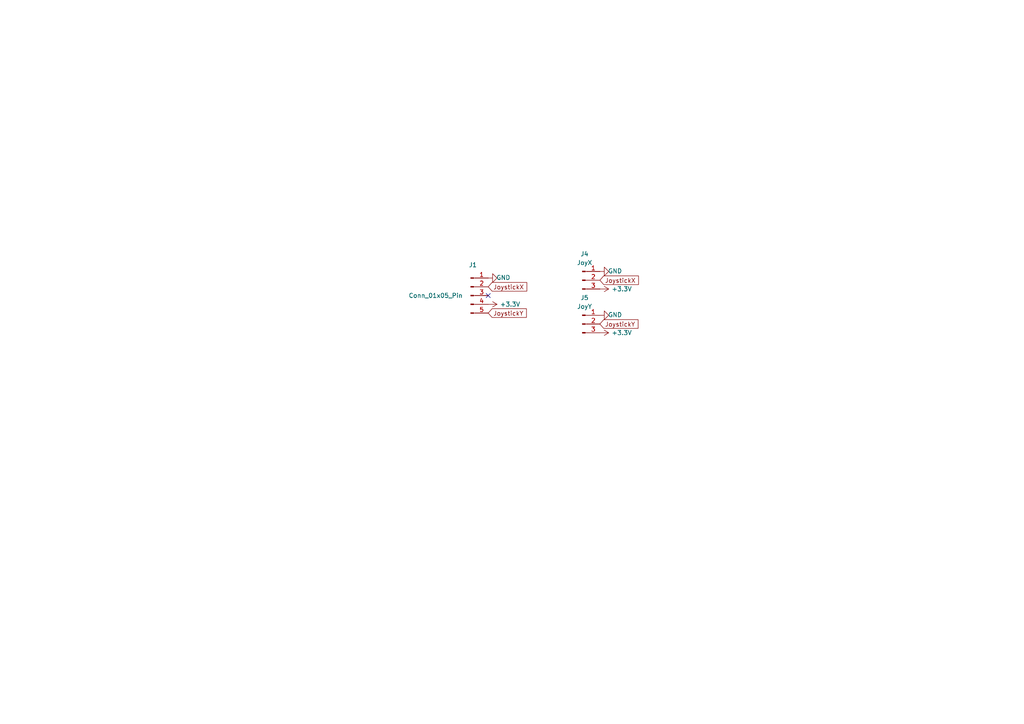
<source format=kicad_sch>
(kicad_sch (version 20230121) (generator eeschema)

  (uuid 86ce1f13-fb3f-4c53-8fe6-abaec5184207)

  (paper "A4")

  (lib_symbols
    (symbol "Connector:Conn_01x03_Pin" (pin_names (offset 1.016) hide) (in_bom yes) (on_board yes)
      (property "Reference" "J" (at 0 5.08 0)
        (effects (font (size 1.27 1.27)))
      )
      (property "Value" "Conn_01x03_Pin" (at 0 -5.08 0)
        (effects (font (size 1.27 1.27)))
      )
      (property "Footprint" "" (at 0 0 0)
        (effects (font (size 1.27 1.27)) hide)
      )
      (property "Datasheet" "~" (at 0 0 0)
        (effects (font (size 1.27 1.27)) hide)
      )
      (property "ki_locked" "" (at 0 0 0)
        (effects (font (size 1.27 1.27)))
      )
      (property "ki_keywords" "connector" (at 0 0 0)
        (effects (font (size 1.27 1.27)) hide)
      )
      (property "ki_description" "Generic connector, single row, 01x03, script generated" (at 0 0 0)
        (effects (font (size 1.27 1.27)) hide)
      )
      (property "ki_fp_filters" "Connector*:*_1x??_*" (at 0 0 0)
        (effects (font (size 1.27 1.27)) hide)
      )
      (symbol "Conn_01x03_Pin_1_1"
        (polyline
          (pts
            (xy 1.27 -2.54)
            (xy 0.8636 -2.54)
          )
          (stroke (width 0.1524) (type default))
          (fill (type none))
        )
        (polyline
          (pts
            (xy 1.27 0)
            (xy 0.8636 0)
          )
          (stroke (width 0.1524) (type default))
          (fill (type none))
        )
        (polyline
          (pts
            (xy 1.27 2.54)
            (xy 0.8636 2.54)
          )
          (stroke (width 0.1524) (type default))
          (fill (type none))
        )
        (rectangle (start 0.8636 -2.413) (end 0 -2.667)
          (stroke (width 0.1524) (type default))
          (fill (type outline))
        )
        (rectangle (start 0.8636 0.127) (end 0 -0.127)
          (stroke (width 0.1524) (type default))
          (fill (type outline))
        )
        (rectangle (start 0.8636 2.667) (end 0 2.413)
          (stroke (width 0.1524) (type default))
          (fill (type outline))
        )
        (pin passive line (at 5.08 2.54 180) (length 3.81)
          (name "Pin_1" (effects (font (size 1.27 1.27))))
          (number "1" (effects (font (size 1.27 1.27))))
        )
        (pin passive line (at 5.08 0 180) (length 3.81)
          (name "Pin_2" (effects (font (size 1.27 1.27))))
          (number "2" (effects (font (size 1.27 1.27))))
        )
        (pin passive line (at 5.08 -2.54 180) (length 3.81)
          (name "Pin_3" (effects (font (size 1.27 1.27))))
          (number "3" (effects (font (size 1.27 1.27))))
        )
      )
    )
    (symbol "Connector:Conn_01x05_Pin" (pin_names (offset 1.016) hide) (in_bom yes) (on_board yes)
      (property "Reference" "J" (at 0 7.62 0)
        (effects (font (size 1.27 1.27)))
      )
      (property "Value" "Conn_01x05_Pin" (at 0 -7.62 0)
        (effects (font (size 1.27 1.27)))
      )
      (property "Footprint" "" (at 0 0 0)
        (effects (font (size 1.27 1.27)) hide)
      )
      (property "Datasheet" "~" (at 0 0 0)
        (effects (font (size 1.27 1.27)) hide)
      )
      (property "ki_locked" "" (at 0 0 0)
        (effects (font (size 1.27 1.27)))
      )
      (property "ki_keywords" "connector" (at 0 0 0)
        (effects (font (size 1.27 1.27)) hide)
      )
      (property "ki_description" "Generic connector, single row, 01x05, script generated" (at 0 0 0)
        (effects (font (size 1.27 1.27)) hide)
      )
      (property "ki_fp_filters" "Connector*:*_1x??_*" (at 0 0 0)
        (effects (font (size 1.27 1.27)) hide)
      )
      (symbol "Conn_01x05_Pin_1_1"
        (polyline
          (pts
            (xy 1.27 -5.08)
            (xy 0.8636 -5.08)
          )
          (stroke (width 0.1524) (type default))
          (fill (type none))
        )
        (polyline
          (pts
            (xy 1.27 -2.54)
            (xy 0.8636 -2.54)
          )
          (stroke (width 0.1524) (type default))
          (fill (type none))
        )
        (polyline
          (pts
            (xy 1.27 0)
            (xy 0.8636 0)
          )
          (stroke (width 0.1524) (type default))
          (fill (type none))
        )
        (polyline
          (pts
            (xy 1.27 2.54)
            (xy 0.8636 2.54)
          )
          (stroke (width 0.1524) (type default))
          (fill (type none))
        )
        (polyline
          (pts
            (xy 1.27 5.08)
            (xy 0.8636 5.08)
          )
          (stroke (width 0.1524) (type default))
          (fill (type none))
        )
        (rectangle (start 0.8636 -4.953) (end 0 -5.207)
          (stroke (width 0.1524) (type default))
          (fill (type outline))
        )
        (rectangle (start 0.8636 -2.413) (end 0 -2.667)
          (stroke (width 0.1524) (type default))
          (fill (type outline))
        )
        (rectangle (start 0.8636 0.127) (end 0 -0.127)
          (stroke (width 0.1524) (type default))
          (fill (type outline))
        )
        (rectangle (start 0.8636 2.667) (end 0 2.413)
          (stroke (width 0.1524) (type default))
          (fill (type outline))
        )
        (rectangle (start 0.8636 5.207) (end 0 4.953)
          (stroke (width 0.1524) (type default))
          (fill (type outline))
        )
        (pin passive line (at 5.08 5.08 180) (length 3.81)
          (name "Pin_1" (effects (font (size 1.27 1.27))))
          (number "1" (effects (font (size 1.27 1.27))))
        )
        (pin passive line (at 5.08 2.54 180) (length 3.81)
          (name "Pin_2" (effects (font (size 1.27 1.27))))
          (number "2" (effects (font (size 1.27 1.27))))
        )
        (pin passive line (at 5.08 0 180) (length 3.81)
          (name "Pin_3" (effects (font (size 1.27 1.27))))
          (number "3" (effects (font (size 1.27 1.27))))
        )
        (pin passive line (at 5.08 -2.54 180) (length 3.81)
          (name "Pin_4" (effects (font (size 1.27 1.27))))
          (number "4" (effects (font (size 1.27 1.27))))
        )
        (pin passive line (at 5.08 -5.08 180) (length 3.81)
          (name "Pin_5" (effects (font (size 1.27 1.27))))
          (number "5" (effects (font (size 1.27 1.27))))
        )
      )
    )
    (symbol "power:+3.3V" (power) (pin_names (offset 0)) (in_bom yes) (on_board yes)
      (property "Reference" "#PWR" (at 0 -3.81 0)
        (effects (font (size 1.27 1.27)) hide)
      )
      (property "Value" "+3.3V" (at 0 3.556 0)
        (effects (font (size 1.27 1.27)))
      )
      (property "Footprint" "" (at 0 0 0)
        (effects (font (size 1.27 1.27)) hide)
      )
      (property "Datasheet" "" (at 0 0 0)
        (effects (font (size 1.27 1.27)) hide)
      )
      (property "ki_keywords" "global power" (at 0 0 0)
        (effects (font (size 1.27 1.27)) hide)
      )
      (property "ki_description" "Power symbol creates a global label with name \"+3.3V\"" (at 0 0 0)
        (effects (font (size 1.27 1.27)) hide)
      )
      (symbol "+3.3V_0_1"
        (polyline
          (pts
            (xy -0.762 1.27)
            (xy 0 2.54)
          )
          (stroke (width 0) (type default))
          (fill (type none))
        )
        (polyline
          (pts
            (xy 0 0)
            (xy 0 2.54)
          )
          (stroke (width 0) (type default))
          (fill (type none))
        )
        (polyline
          (pts
            (xy 0 2.54)
            (xy 0.762 1.27)
          )
          (stroke (width 0) (type default))
          (fill (type none))
        )
      )
      (symbol "+3.3V_1_1"
        (pin power_in line (at 0 0 90) (length 0) hide
          (name "+3.3V" (effects (font (size 1.27 1.27))))
          (number "1" (effects (font (size 1.27 1.27))))
        )
      )
    )
    (symbol "power:GND" (power) (pin_names (offset 0)) (in_bom yes) (on_board yes)
      (property "Reference" "#PWR" (at 0 -6.35 0)
        (effects (font (size 1.27 1.27)) hide)
      )
      (property "Value" "GND" (at 0 -3.81 0)
        (effects (font (size 1.27 1.27)))
      )
      (property "Footprint" "" (at 0 0 0)
        (effects (font (size 1.27 1.27)) hide)
      )
      (property "Datasheet" "" (at 0 0 0)
        (effects (font (size 1.27 1.27)) hide)
      )
      (property "ki_keywords" "global power" (at 0 0 0)
        (effects (font (size 1.27 1.27)) hide)
      )
      (property "ki_description" "Power symbol creates a global label with name \"GND\" , ground" (at 0 0 0)
        (effects (font (size 1.27 1.27)) hide)
      )
      (symbol "GND_0_1"
        (polyline
          (pts
            (xy 0 0)
            (xy 0 -1.27)
            (xy 1.27 -1.27)
            (xy 0 -2.54)
            (xy -1.27 -1.27)
            (xy 0 -1.27)
          )
          (stroke (width 0) (type default))
          (fill (type none))
        )
      )
      (symbol "GND_1_1"
        (pin power_in line (at 0 0 270) (length 0) hide
          (name "GND" (effects (font (size 1.27 1.27))))
          (number "1" (effects (font (size 1.27 1.27))))
        )
      )
    )
  )


  (no_connect (at 141.605 85.725) (uuid 02602a77-e597-4502-bc3d-00cb58958030))

  (global_label "JoystickY" (shape input) (at 173.99 93.98 0) (fields_autoplaced)
    (effects (font (size 1.27 1.27)) (justify left))
    (uuid 3a599c62-c061-41a5-af6d-f743e87056f6)
    (property "Intersheetrefs" "${INTERSHEET_REFS}" (at 184.8897 93.98 0)
      (effects (font (size 1.27 1.27)) (justify left) hide)
    )
  )
  (global_label "JoystickY" (shape input) (at 141.605 90.805 0) (fields_autoplaced)
    (effects (font (size 1.27 1.27)) (justify left))
    (uuid 7c513e17-1a8d-485e-8a7a-16d14adeb051)
    (property "Intersheetrefs" "${INTERSHEET_REFS}" (at 152.5047 90.805 0)
      (effects (font (size 1.27 1.27)) (justify left) hide)
    )
  )
  (global_label "JoystickX" (shape input) (at 173.99 81.28 0) (fields_autoplaced)
    (effects (font (size 1.27 1.27)) (justify left))
    (uuid b65a97af-aacc-4987-9395-d06214b28ca8)
    (property "Intersheetrefs" "${INTERSHEET_REFS}" (at 185.0106 81.28 0)
      (effects (font (size 1.27 1.27)) (justify left) hide)
    )
  )
  (global_label "JoystickX" (shape input) (at 141.605 83.185 0) (fields_autoplaced)
    (effects (font (size 1.27 1.27)) (justify left))
    (uuid cdb55ac8-bc14-4593-a304-391a30b09412)
    (property "Intersheetrefs" "${INTERSHEET_REFS}" (at 152.6256 83.185 0)
      (effects (font (size 1.27 1.27)) (justify left) hide)
    )
  )

  (symbol (lib_id "power:GND") (at 173.99 91.44 90) (unit 1)
    (in_bom yes) (on_board yes) (dnp no)
    (uuid 00000000-0000-0000-0000-00005ee0785d)
    (property "Reference" "#PWR014" (at 180.34 91.44 0)
      (effects (font (size 1.27 1.27)) hide)
    )
    (property "Value" "GND" (at 178.3842 91.313 90)
      (effects (font (size 1.27 1.27)))
    )
    (property "Footprint" "" (at 173.99 91.44 0)
      (effects (font (size 1.27 1.27)) hide)
    )
    (property "Datasheet" "" (at 173.99 91.44 0)
      (effects (font (size 1.27 1.27)) hide)
    )
    (pin "1" (uuid 5e861962-544f-4e15-a61a-183747cb28a4))
    (instances
      (project "JoystickBoard"
        (path "/86ce1f13-fb3f-4c53-8fe6-abaec5184207"
          (reference "#PWR014") (unit 1)
        )
      )
    )
  )

  (symbol (lib_id "power:+3.3V") (at 173.99 96.52 270) (unit 1)
    (in_bom yes) (on_board yes) (dnp no)
    (uuid 00000000-0000-0000-0000-00005ee0915c)
    (property "Reference" "#PWR015" (at 170.18 96.52 0)
      (effects (font (size 1.27 1.27)) hide)
    )
    (property "Value" "+3.3V" (at 180.34 96.52 90)
      (effects (font (size 1.27 1.27)))
    )
    (property "Footprint" "" (at 173.99 96.52 0)
      (effects (font (size 1.27 1.27)) hide)
    )
    (property "Datasheet" "" (at 173.99 96.52 0)
      (effects (font (size 1.27 1.27)) hide)
    )
    (pin "1" (uuid cfa6b998-62c4-4847-987a-dca889360804))
    (instances
      (project "JoystickBoard"
        (path "/86ce1f13-fb3f-4c53-8fe6-abaec5184207"
          (reference "#PWR015") (unit 1)
        )
      )
    )
  )

  (symbol (lib_id "Connector:Conn_01x05_Pin") (at 136.525 85.725 0) (unit 1)
    (in_bom yes) (on_board yes) (dnp no)
    (uuid 0dabc02a-9b67-4383-a816-56bf50ea914d)
    (property "Reference" "J1" (at 137.16 76.835 0)
      (effects (font (size 1.27 1.27)))
    )
    (property "Value" "Conn_01x05_Pin" (at 126.365 85.725 0)
      (effects (font (size 1.27 1.27)))
    )
    (property "Footprint" "Connector_JST:JST_XH_B5B-XH-A_1x05_P2.50mm_Vertical" (at 136.525 85.725 0)
      (effects (font (size 1.27 1.27)) hide)
    )
    (property "Datasheet" "~" (at 136.525 85.725 0)
      (effects (font (size 1.27 1.27)) hide)
    )
    (pin "1" (uuid 31c2420b-6155-4633-b848-2d70e9bf5173))
    (pin "2" (uuid 4f41f014-5943-43d3-9281-ae98261874d5))
    (pin "3" (uuid e25d3338-7f8d-4246-9a2b-67fd3c0dbe58))
    (pin "4" (uuid 4b524989-c947-4213-b4c3-8259ed46a47a))
    (pin "5" (uuid 6e11fb44-c836-4f5b-b340-fd4032ed3571))
    (instances
      (project "JoystickBoard"
        (path "/86ce1f13-fb3f-4c53-8fe6-abaec5184207"
          (reference "J1") (unit 1)
        )
      )
    )
  )

  (symbol (lib_id "power:+3.3V") (at 173.99 83.82 270) (unit 1)
    (in_bom yes) (on_board yes) (dnp no)
    (uuid 146806ae-44da-48b8-8d76-09a27e211c77)
    (property "Reference" "#PWR04" (at 170.18 83.82 0)
      (effects (font (size 1.27 1.27)) hide)
    )
    (property "Value" "+3.3V" (at 180.34 83.82 90)
      (effects (font (size 1.27 1.27)))
    )
    (property "Footprint" "" (at 173.99 83.82 0)
      (effects (font (size 1.27 1.27)) hide)
    )
    (property "Datasheet" "" (at 173.99 83.82 0)
      (effects (font (size 1.27 1.27)) hide)
    )
    (pin "1" (uuid b6754e62-ce5e-4a7a-84cf-84db0131a90f))
    (instances
      (project "JoystickBoard"
        (path "/86ce1f13-fb3f-4c53-8fe6-abaec5184207"
          (reference "#PWR04") (unit 1)
        )
      )
    )
  )

  (symbol (lib_id "Connector:Conn_01x03_Pin") (at 168.91 93.98 0) (unit 1)
    (in_bom yes) (on_board yes) (dnp no) (fields_autoplaced)
    (uuid 14c6b21f-f268-4326-927b-9be86dc71e8a)
    (property "Reference" "J5" (at 169.545 86.36 0)
      (effects (font (size 1.27 1.27)))
    )
    (property "Value" "JoyY" (at 169.545 88.9 0)
      (effects (font (size 1.27 1.27)))
    )
    (property "Footprint" "Useful Modifications:Analog_joystick_pot" (at 168.91 93.98 0)
      (effects (font (size 1.27 1.27)) hide)
    )
    (property "Datasheet" "~" (at 168.91 93.98 0)
      (effects (font (size 1.27 1.27)) hide)
    )
    (pin "1" (uuid 4e832b58-4ae7-4dfc-9472-7bdf9858fefb))
    (pin "2" (uuid 1661efd5-9cfb-4aae-9e13-3c27a8dd861f))
    (pin "3" (uuid 4dedfbe0-383d-4dac-81a6-4b805e1e1cbb))
    (instances
      (project "JoystickBoard"
        (path "/86ce1f13-fb3f-4c53-8fe6-abaec5184207"
          (reference "J5") (unit 1)
        )
      )
    )
  )

  (symbol (lib_id "power:GND") (at 173.99 78.74 90) (unit 1)
    (in_bom yes) (on_board yes) (dnp no)
    (uuid 572e02d1-6e0b-41ea-af11-8d49856dd9bb)
    (property "Reference" "#PWR01" (at 180.34 78.74 0)
      (effects (font (size 1.27 1.27)) hide)
    )
    (property "Value" "GND" (at 178.3842 78.613 90)
      (effects (font (size 1.27 1.27)))
    )
    (property "Footprint" "" (at 173.99 78.74 0)
      (effects (font (size 1.27 1.27)) hide)
    )
    (property "Datasheet" "" (at 173.99 78.74 0)
      (effects (font (size 1.27 1.27)) hide)
    )
    (pin "1" (uuid 9e6262a0-0d13-4649-8724-85fd5a1ad8bf))
    (instances
      (project "JoystickBoard"
        (path "/86ce1f13-fb3f-4c53-8fe6-abaec5184207"
          (reference "#PWR01") (unit 1)
        )
      )
    )
  )

  (symbol (lib_id "power:+3.3V") (at 141.605 88.265 270) (unit 1)
    (in_bom yes) (on_board yes) (dnp no)
    (uuid a9108ef5-4458-4633-975a-1a31d6e985d0)
    (property "Reference" "#PWR03" (at 137.795 88.265 0)
      (effects (font (size 1.27 1.27)) hide)
    )
    (property "Value" "+3.3V" (at 147.955 88.265 90)
      (effects (font (size 1.27 1.27)))
    )
    (property "Footprint" "" (at 141.605 88.265 0)
      (effects (font (size 1.27 1.27)) hide)
    )
    (property "Datasheet" "" (at 141.605 88.265 0)
      (effects (font (size 1.27 1.27)) hide)
    )
    (pin "1" (uuid ab2e3180-8554-4c13-b0bd-bd3efd473d5c))
    (instances
      (project "JoystickBoard"
        (path "/86ce1f13-fb3f-4c53-8fe6-abaec5184207"
          (reference "#PWR03") (unit 1)
        )
      )
    )
  )

  (symbol (lib_id "power:GND") (at 141.605 80.645 90) (unit 1)
    (in_bom yes) (on_board yes) (dnp no)
    (uuid cf09f2ca-7b19-48b4-a4e9-40e7b3a1510f)
    (property "Reference" "#PWR02" (at 147.955 80.645 0)
      (effects (font (size 1.27 1.27)) hide)
    )
    (property "Value" "GND" (at 145.9992 80.518 90)
      (effects (font (size 1.27 1.27)))
    )
    (property "Footprint" "" (at 141.605 80.645 0)
      (effects (font (size 1.27 1.27)) hide)
    )
    (property "Datasheet" "" (at 141.605 80.645 0)
      (effects (font (size 1.27 1.27)) hide)
    )
    (pin "1" (uuid 09953ae5-4978-403d-b611-dd58d673abad))
    (instances
      (project "JoystickBoard"
        (path "/86ce1f13-fb3f-4c53-8fe6-abaec5184207"
          (reference "#PWR02") (unit 1)
        )
      )
    )
  )

  (symbol (lib_id "Connector:Conn_01x03_Pin") (at 168.91 81.28 0) (unit 1)
    (in_bom yes) (on_board yes) (dnp no) (fields_autoplaced)
    (uuid f3876c96-ca54-49e8-9894-90419cb752b9)
    (property "Reference" "J4" (at 169.545 73.66 0)
      (effects (font (size 1.27 1.27)))
    )
    (property "Value" "JoyX" (at 169.545 76.2 0)
      (effects (font (size 1.27 1.27)))
    )
    (property "Footprint" "Useful Modifications:Analog_joystick_pot" (at 168.91 81.28 0)
      (effects (font (size 1.27 1.27)) hide)
    )
    (property "Datasheet" "~" (at 168.91 81.28 0)
      (effects (font (size 1.27 1.27)) hide)
    )
    (pin "1" (uuid ddc7407e-5163-4b9d-bdd2-d7d3e1e12175))
    (pin "2" (uuid 81a10cb1-de6e-4b4a-b2d5-faa9ea8fb907))
    (pin "3" (uuid ddd4fc63-b601-47a5-b599-3c250208b389))
    (instances
      (project "JoystickBoard"
        (path "/86ce1f13-fb3f-4c53-8fe6-abaec5184207"
          (reference "J4") (unit 1)
        )
      )
    )
  )

  (sheet_instances
    (path "/" (page "1"))
  )
)

</source>
